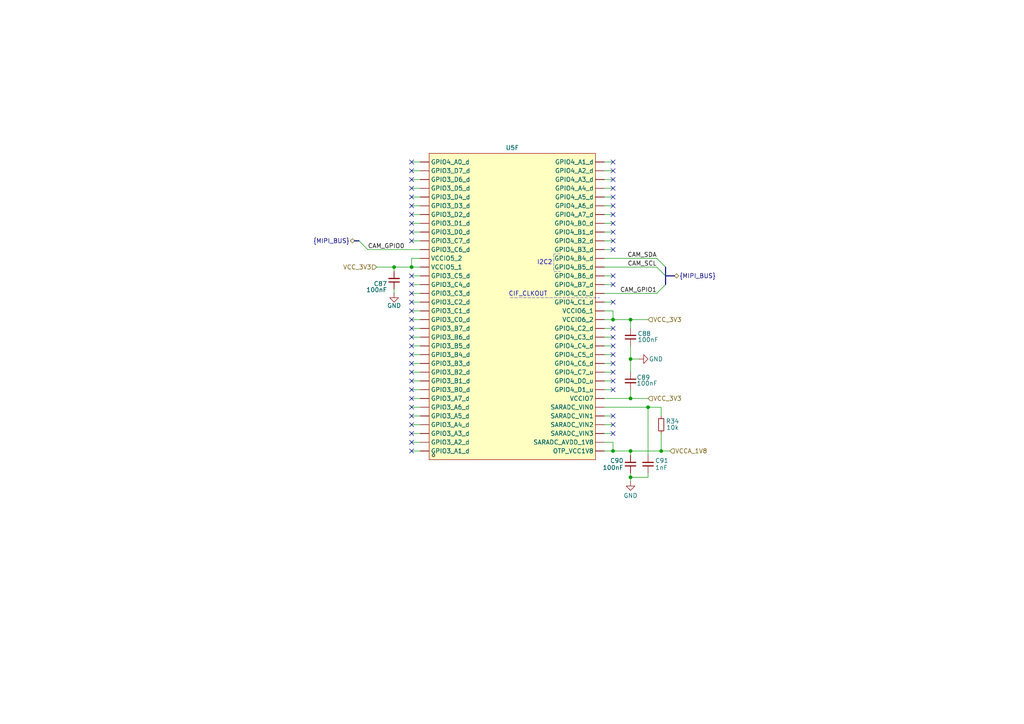
<source format=kicad_sch>
(kicad_sch (version 20250114) (generator "eeschema") (generator_version "9.0")
  (paper "A4")
  (title_block (title "VCCIO 5/6/7") (date "2025-11-23") (rev "1.0") (company "UVic Rocketry") (comment 1 "Author: Eric Handley"))
  (text "I2C2" (at 157.988 76.2 0) (effects (font (size 1.27 1.27))))
  (text "CIF_CLKOUT" (at 153.162 85.344 0) (effects (font (size 1.27 1.27))))
  (junction (at 182.88 130.81))
  (junction (at 182.88 138.43))
  (junction (at 191.77 130.81))
  (junction (at 177.8 92.71))
  (junction (at 187.96 118.11))
  (junction (at 114.3 77.47))
  (junction (at 182.88 92.71))
  (junction (at 182.88 104.14))
  (junction (at 177.8 130.81))
  (junction (at 182.88 115.57))
  (junction (at 119.38 77.47))
  (no_connect (at 177.8 64.77))
  (no_connect (at 119.38 95.25))
  (no_connect (at 177.8 62.23))
  (no_connect (at 119.38 82.55))
  (no_connect (at 119.38 90.17))
  (no_connect (at 177.8 80.01))
  (no_connect (at 119.38 49.53))
  (no_connect (at 119.38 62.23))
  (no_connect (at 119.38 54.61))
  (no_connect (at 177.8 69.85))
  (no_connect (at 177.8 87.63))
  (no_connect (at 119.38 85.09))
  (no_connect (at 177.8 52.07))
  (no_connect (at 119.38 52.07))
  (no_connect (at 119.38 102.87))
  (no_connect (at 119.38 115.57))
  (no_connect (at 177.8 113.03))
  (no_connect (at 119.38 125.73))
  (no_connect (at 177.8 102.87))
  (no_connect (at 177.8 49.53))
  (no_connect (at 177.8 57.15))
  (no_connect (at 177.8 105.41))
  (no_connect (at 177.8 59.69))
  (no_connect (at 119.38 67.31))
  (no_connect (at 177.8 95.25))
  (no_connect (at 177.8 110.49))
  (no_connect (at 119.38 123.19))
  (no_connect (at 177.8 125.73))
  (no_connect (at 177.8 107.95))
  (no_connect (at 119.38 113.03))
  (no_connect (at 119.38 80.01))
  (no_connect (at 119.38 69.85))
  (no_connect (at 177.8 46.99))
  (no_connect (at 119.38 118.11))
  (no_connect (at 177.8 54.61))
  (no_connect (at 119.38 100.33))
  (no_connect (at 177.8 72.39))
  (no_connect (at 177.8 97.79))
  (no_connect (at 119.38 46.99))
  (no_connect (at 177.8 82.55))
  (no_connect (at 119.38 97.79))
  (no_connect (at 177.8 100.33))
  (no_connect (at 119.38 87.63))
  (no_connect (at 119.38 107.95))
  (no_connect (at 119.38 120.65))
  (no_connect (at 177.8 67.31))
  (no_connect (at 119.38 130.81))
  (no_connect (at 119.38 128.27))
  (no_connect (at 177.8 123.19))
  (no_connect (at 119.38 110.49))
  (no_connect (at 119.38 57.15))
  (no_connect (at 119.38 64.77))
  (no_connect (at 119.38 92.71))
  (no_connect (at 119.38 59.69))
  (no_connect (at 177.8 120.65))
  (no_connect (at 119.38 105.41))
  (bus_entry (at 193.04 77.47) (size -2.54 -2.54))
  (bus_entry (at 104.14 69.85) (size 2.54 2.54))
  (bus_entry (at 193.04 82.55) (size -2.54 2.54))
  (bus_entry (at 193.04 80.01) (size -2.54 -2.54))
  (wire (pts (xy 119.38 97.79) (xy 121.92 97.79)))
  (wire (pts (xy 177.8 128.27) (xy 177.8 130.81)))
  (wire (pts (xy 177.8 49.53) (xy 175.26 49.53)))
  (wire (pts (xy 177.8 125.73) (xy 175.26 125.73)))
  (wire (pts (xy 177.8 87.63) (xy 175.26 87.63)))
  (wire (pts (xy 119.38 46.99) (xy 121.92 46.99)))
  (wire (pts (xy 114.3 83.82) (xy 114.3 85.09)))
  (wire (pts (xy 119.38 52.07) (xy 121.92 52.07)))
  (wire (pts (xy 177.8 46.99) (xy 175.26 46.99)))
  (wire (pts (xy 119.38 85.09) (xy 121.92 85.09)))
  (wire (pts (xy 177.8 54.61) (xy 175.26 54.61)))
  (wire (pts (xy 177.8 90.17) (xy 177.8 92.71)))
  (wire (pts (xy 182.88 130.81) (xy 191.77 130.81)))
  (wire (pts (xy 187.96 118.11) (xy 191.77 118.11)))
  (wire (pts (xy 119.38 74.93) (xy 121.92 74.93)))
  (wire (pts (xy 177.8 102.87) (xy 175.26 102.87)))
  (wire (pts (xy 119.38 49.53) (xy 121.92 49.53)))
  (wire (pts (xy 119.38 120.65) (xy 121.92 120.65)))
  (wire (pts (xy 182.88 139.7) (xy 182.88 138.43)))
  (wire (pts (xy 106.68 72.39) (xy 121.92 72.39)))
  (wire (pts (xy 175.26 85.09) (xy 190.5 85.09)))
  (wire (pts (xy 177.8 59.69) (xy 175.26 59.69)))
  (wire (pts (xy 177.8 120.65) (xy 175.26 120.65)))
  (wire (pts (xy 182.88 100.33) (xy 182.88 104.14)))
  (wire (pts (xy 119.38 110.49) (xy 121.92 110.49)))
  (wire (pts (xy 119.38 100.33) (xy 121.92 100.33)))
  (wire (pts (xy 119.38 128.27) (xy 121.92 128.27)))
  (bus (pts (xy 193.04 80.01) (xy 193.04 77.47)))
  (wire (pts (xy 182.88 138.43) (xy 187.96 138.43)))
  (wire (pts (xy 175.26 90.17) (xy 177.8 90.17)))
  (wire (pts (xy 119.38 95.25) (xy 121.92 95.25)))
  (wire (pts (xy 177.8 123.19) (xy 175.26 123.19)))
  (wire (pts (xy 119.38 87.63) (xy 121.92 87.63)))
  (wire (pts (xy 175.26 118.11) (xy 187.96 118.11)))
  (polyline (pts (xy 160.655 73.66) (xy 160.655 78.74)) (stroke (width 0.05) (type dash)))
  (wire (pts (xy 175.26 130.81) (xy 177.8 130.81)))
  (wire (pts (xy 119.38 118.11) (xy 121.92 118.11)))
  (wire (pts (xy 119.38 82.55) (xy 121.92 82.55)))
  (wire (pts (xy 177.8 110.49) (xy 175.26 110.49)))
  (wire (pts (xy 177.8 80.01) (xy 175.26 80.01)))
  (wire (pts (xy 175.26 92.71) (xy 177.8 92.71)))
  (polyline (pts (xy 160.655 78.74) (xy 162.56 78.74)) (stroke (width 0.05) (type dash)))
  (wire (pts (xy 182.88 115.57) (xy 187.96 115.57)))
  (wire (pts (xy 177.8 92.71) (xy 182.88 92.71)))
  (wire (pts (xy 119.38 59.69) (xy 121.92 59.69)))
  (wire (pts (xy 177.8 57.15) (xy 175.26 57.15)))
  (wire (pts (xy 177.8 52.07) (xy 175.26 52.07)))
  (wire (pts (xy 187.96 132.08) (xy 187.96 118.11)))
  (wire (pts (xy 177.8 69.85) (xy 175.26 69.85)))
  (wire (pts (xy 119.38 74.93) (xy 119.38 77.47)))
  (wire (pts (xy 177.8 64.77) (xy 175.26 64.77)))
  (wire (pts (xy 119.38 102.87) (xy 121.92 102.87)))
  (wire (pts (xy 177.8 67.31) (xy 175.26 67.31)))
  (wire (pts (xy 175.26 74.93) (xy 190.5 74.93)))
  (bus (pts (xy 102.87 69.85) (xy 104.14 69.85)))
  (wire (pts (xy 182.88 132.08) (xy 182.88 130.81)))
  (wire (pts (xy 175.26 77.47) (xy 190.5 77.47)))
  (wire (pts (xy 177.8 130.81) (xy 182.88 130.81)))
  (wire (pts (xy 177.8 107.95) (xy 175.26 107.95)))
  (bus (pts (xy 195.58 80.01) (xy 193.04 80.01)))
  (wire (pts (xy 119.38 115.57) (xy 121.92 115.57)))
  (wire (pts (xy 177.8 95.25) (xy 175.26 95.25)))
  (wire (pts (xy 119.38 107.95) (xy 121.92 107.95)))
  (wire (pts (xy 119.38 123.19) (xy 121.92 123.19)))
  (wire (pts (xy 119.38 80.01) (xy 121.92 80.01)))
  (polyline (pts (xy 162.56 73.66) (xy 160.655 73.66)) (stroke (width 0.05) (type dash)))
  (wire (pts (xy 182.88 113.03) (xy 182.88 115.57)))
  (wire (pts (xy 182.88 104.14) (xy 182.88 107.95)))
  (wire (pts (xy 191.77 130.81) (xy 194.31 130.81)))
  (wire (pts (xy 177.8 105.41) (xy 175.26 105.41)))
  (wire (pts (xy 119.38 57.15) (xy 121.92 57.15)))
  (wire (pts (xy 182.88 138.43) (xy 182.88 137.16)))
  (wire (pts (xy 114.3 77.47) (xy 109.22 77.47)))
  (wire (pts (xy 175.26 115.57) (xy 182.88 115.57)))
  (wire (pts (xy 119.38 64.77) (xy 121.92 64.77)))
  (wire (pts (xy 119.38 92.71) (xy 121.92 92.71)))
  (polyline (pts (xy 147.955 86.36) (xy 173.99 86.36)) (stroke (width 0.05) (type dash)))
  (wire (pts (xy 191.77 118.11) (xy 191.77 120.65)))
  (wire (pts (xy 175.26 128.27) (xy 177.8 128.27)))
  (wire (pts (xy 177.8 72.39) (xy 175.26 72.39)))
  (wire (pts (xy 119.38 62.23) (xy 121.92 62.23)))
  (wire (pts (xy 191.77 125.73) (xy 191.77 130.81)))
  (wire (pts (xy 114.3 78.74) (xy 114.3 77.47)))
  (wire (pts (xy 119.38 125.73) (xy 121.92 125.73)))
  (wire (pts (xy 119.38 67.31) (xy 121.92 67.31)))
  (wire (pts (xy 177.8 62.23) (xy 175.26 62.23)))
  (wire (pts (xy 119.38 113.03) (xy 121.92 113.03)))
  (wire (pts (xy 177.8 113.03) (xy 175.26 113.03)))
  (wire (pts (xy 187.96 138.43) (xy 187.96 137.16)))
  (wire (pts (xy 177.8 97.79) (xy 175.26 97.79)))
  (wire (pts (xy 119.38 90.17) (xy 121.92 90.17)))
  (wire (pts (xy 114.3 77.47) (xy 119.38 77.47)))
  (wire (pts (xy 119.38 130.81) (xy 121.92 130.81)))
  (wire (pts (xy 177.8 100.33) (xy 175.26 100.33)))
  (wire (pts (xy 182.88 95.25) (xy 182.88 92.71)))
  (wire (pts (xy 119.38 54.61) (xy 121.92 54.61)))
  (wire (pts (xy 182.88 92.71) (xy 187.96 92.71)))
  (bus (pts (xy 193.04 82.55) (xy 193.04 80.01)))
  (wire (pts (xy 177.8 82.55) (xy 175.26 82.55)))
  (wire (pts (xy 182.88 104.14) (xy 185.42 104.14)))
  (wire (pts (xy 119.38 69.85) (xy 121.92 69.85)))
  (wire (pts (xy 119.38 77.47) (xy 121.92 77.47)))
  (wire (pts (xy 119.38 105.41) (xy 121.92 105.41)))
  (label "CAM_GPIO1" (at 190.5 85.09 180))
  (label "CAM_GPIO0" (at 106.68 72.39 0))
  (label "CAM_SCL" (at 190.5 77.47 180))
  (label "CAM_SDA" (at 190.5 74.93 180))
  (hierarchical_label "VCC_3V3" (shape input) (at 187.96 115.57 0))
  (hierarchical_label "VCC_3V3" (shape input) (at 109.22 77.47 180))
  (hierarchical_label "VCC_3V3" (shape input) (at 187.96 92.71 0))
  (hierarchical_label "{MIPI_BUS}" (shape bidirectional) (at 195.58 80.01 0))
  (hierarchical_label "{MIPI_BUS}" (shape bidirectional) (at 102.87 69.85 180))
  (hierarchical_label "VCCA_1V8" (shape input) (at 194.31 130.81 0))
  (symbol (lib_id "power:GND") (at 182.88 139.7 0) (mirror y) (unit 1)
    (property "Reference" "#PWR068" (effects (hide yes)))
    (property "Value" "GND" (at 182.88 143.764 0))
    (property "Description" "Power symbol creates a global label with name \"GND\" , ground" (effects (hide yes)))
  )
  (symbol (lib_name "C_Small_16") (lib_id "Device:C_Small") (at 182.88 110.49 0) (unit 1)
    (property "Reference" "C89" (at 184.658 109.474 0) (effects (justify left)))
    (property "Value" "100nF" (at 184.6199 111.1879 0) (effects (justify left)))
    (property "Description" "Unpolarized capacitor, small symbol" (effects (hide yes)))
  )
  (symbol (lib_id "Device:C_Small") (at 182.88 134.62 0) (mirror x) (unit 1)
    (property "Reference" "C90" (at 180.848 133.604 0) (effects (justify right)))
    (property "Value" "100nF" (at 180.848 135.6295 0) (effects (justify right)))
    (property "Description" "Unpolarized capacitor, small symbol" (effects (hide yes)))
  )
  (symbol (lib_id "Device:C_Small") (at 187.96 134.62 180) (unit 1)
    (property "Reference" "C91" (at 189.992 133.604 0) (effects (justify right)))
    (property "Value" "1nF" (at 189.992 135.6295 0) (effects (justify right)))
    (property "Description" "Unpolarized capacitor, small symbol" (effects (hide yes)))
  )
  (symbol (lib_name "root_0_RK3566__6") (lib_id "RK35661_RK3566-altium-import:root_0_RK3566_") (at 148.59 88.9 0) (mirror x) (unit 6)
    (property "Reference" "U5" (at 148.59 42.8569 0))
    (property "Value" "RK3566" (effects (hide yes)))
    (property "Footprint" "srad-camera-footprints:BGA-565_L15.5-W14.4-P0.40_RK3566_1" (effects (hide yes)))
    (property "SYMBOL" "RK3566" (effects (hide yes)))
    (property "DEVICE" "RK3566" (effects (hide yes)))
    (property "LCSC PART NAME" "RK3566" (effects (hide yes)))
    (property "SUPPLIER PART" "C2943786" (effects (hide yes)))
    (property "MANUFACTURER" "Rockchip(瑞芯微)" (effects (hide yes)))
    (property "MANUFACTURER PART" "RK3566" (effects (hide yes)))
    (property "SUPPLIER FOOTPRINT" "BGA-565(15.5x14.4)" (effects (hide yes)))
    (property "JLCPCB PART CLASS" "Extended Part" (effects (hide yes)))
    (property "DATASHEET" "https://atta.szlcsc.com/upload/public/pdf/source/20240126/58C1D355804B22318A1D6A9C85EA3A92.pdf" (effects (hide yes)))
    (property "SUPPLIER" "LCSC" (effects (hide yes)))
    (property "ADD INTO BOM" "yes" (effects (hide yes)))
    (property "CONVERT TO PCB" "yes" (effects (hide yes)))
  )
  (symbol (lib_id "power:GND") (at 114.3 85.09 0) (mirror y) (unit 1)
    (property "Reference" "#PWR066" (effects (hide yes)))
    (property "Value" "GND" (at 114.3 88.646 0))
    (property "Description" "Power symbol creates a global label with name \"GND\" , ground" (effects (hide yes)))
  )
  (symbol (lib_id "power:GND") (at 185.42 104.14 90) (unit 1)
    (property "Reference" "#PWR067" (effects (hide yes)))
    (property "Value" "GND" (at 190.246 104.14 90))
    (property "Description" "Power symbol creates a global label with name \"GND\" , ground" (effects (hide yes)))
  )
  (symbol (lib_id "Device:R_Small") (at 191.77 123.19 0) (mirror y) (unit 1)
    (property "Reference" "R34" (at 195.072 122.174 0))
    (property "Value" "10k" (at 195.072 124.0071 0))
    (property "Description" "Resistor, small symbol" (effects (hide yes)))
  )
  (symbol (lib_name "C_Small_16") (lib_id "Device:C_Small") (at 182.88 97.79 180) (unit 1)
    (property "Reference" "C88" (at 184.912 96.774 0) (effects (justify right)))
    (property "Value" "100nF" (at 184.912 98.5455 0) (effects (justify right)))
    (property "Description" "Unpolarized capacitor, small symbol" (effects (hide yes)))
  )
  (symbol (lib_name "C_Small_16") (lib_id "Device:C_Small") (at 114.3 81.28 0) (mirror x) (unit 1)
    (property "Reference" "C87" (at 112.268 82.3025 0) (effects (justify right)))
    (property "Value" "100nF" (at 112.268 84.074 0) (effects (justify right)))
    (property "Description" "Unpolarized capacitor, small symbol" (effects (hide yes)))
  )
)
</source>
